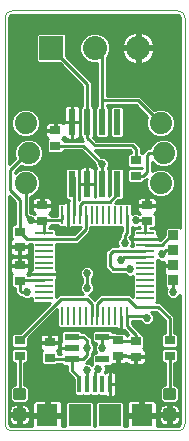
<source format=gtl>
G75*
%MOIN*%
%OFA0B0*%
%FSLAX24Y24*%
%IPPOS*%
%LPD*%
%AMOC8*
5,1,8,0,0,1.08239X$1,22.5*
%
%ADD10C,0.0000*%
%ADD11R,0.0138X0.0551*%
%ADD12R,0.0709X0.0748*%
%ADD13R,0.0748X0.0748*%
%ADD14R,0.0472X0.0217*%
%ADD15C,0.0118*%
%ADD16R,0.0354X0.0276*%
%ADD17R,0.0240X0.0870*%
%ADD18R,0.0591X0.0098*%
%ADD19R,0.0098X0.0591*%
%ADD20R,0.0350X0.0320*%
%ADD21R,0.0800X0.0800*%
%ADD22C,0.0800*%
%ADD23C,0.0740*%
%ADD24C,0.0100*%
%ADD25C,0.0270*%
D10*
X003260Y003143D02*
X003260Y016643D01*
X003262Y016673D01*
X003267Y016703D01*
X003276Y016732D01*
X003289Y016759D01*
X003304Y016785D01*
X003323Y016809D01*
X003344Y016830D01*
X003368Y016849D01*
X003394Y016864D01*
X003421Y016877D01*
X003450Y016886D01*
X003480Y016891D01*
X003510Y016893D01*
X009010Y016893D01*
X009040Y016891D01*
X009070Y016886D01*
X009099Y016877D01*
X009126Y016864D01*
X009152Y016849D01*
X009176Y016830D01*
X009197Y016809D01*
X009216Y016785D01*
X009231Y016759D01*
X009244Y016732D01*
X009253Y016703D01*
X009258Y016673D01*
X009260Y016643D01*
X009260Y003143D01*
X009258Y003113D01*
X009253Y003083D01*
X009244Y003054D01*
X009231Y003027D01*
X009216Y003001D01*
X009197Y002977D01*
X009176Y002956D01*
X009152Y002937D01*
X009126Y002922D01*
X009099Y002909D01*
X009070Y002900D01*
X009040Y002895D01*
X009010Y002893D01*
X003510Y002893D01*
X003480Y002895D01*
X003450Y002900D01*
X003421Y002909D01*
X003394Y002922D01*
X003368Y002937D01*
X003344Y002956D01*
X003323Y002977D01*
X003304Y003001D01*
X003289Y003027D01*
X003276Y003054D01*
X003267Y003083D01*
X003262Y003113D01*
X003260Y003143D01*
D11*
X005748Y004437D03*
X006004Y004437D03*
X006260Y004437D03*
X006515Y004437D03*
X006771Y004437D03*
D12*
X007834Y003393D03*
X004685Y003393D03*
D13*
X005760Y003393D03*
X006760Y003393D03*
D14*
X006521Y005269D03*
X006521Y006017D03*
X005498Y006017D03*
X005498Y005643D03*
X005498Y005269D03*
D15*
X003898Y004252D02*
X003622Y004252D01*
X003898Y004252D02*
X003898Y003976D01*
X003622Y003976D01*
X003622Y004252D01*
X003622Y004093D02*
X003898Y004093D01*
X003898Y004210D02*
X003622Y004210D01*
X003622Y003561D02*
X003898Y003561D01*
X003898Y003285D01*
X003622Y003285D01*
X003622Y003561D01*
X003622Y003402D02*
X003898Y003402D01*
X003898Y003519D02*
X003622Y003519D01*
X008622Y003561D02*
X008898Y003561D01*
X008898Y003285D01*
X008622Y003285D01*
X008622Y003561D01*
X008622Y003402D02*
X008898Y003402D01*
X008898Y003519D02*
X008622Y003519D01*
X008622Y004252D02*
X008898Y004252D01*
X008898Y003976D01*
X008622Y003976D01*
X008622Y004252D01*
X008622Y004093D02*
X008898Y004093D01*
X008898Y004210D02*
X008622Y004210D01*
D16*
X008760Y005387D03*
X008760Y005899D03*
X007635Y005868D03*
X007635Y005356D03*
X007041Y005387D03*
X007041Y005899D03*
X004760Y005837D03*
X004760Y005325D03*
X003760Y005387D03*
X003760Y005899D03*
X003760Y007887D03*
X003760Y008399D03*
X003760Y009012D03*
X003760Y009524D03*
X004510Y009887D03*
X004510Y010399D03*
X004947Y012387D03*
X004947Y012899D03*
X007635Y011899D03*
X007635Y011387D03*
X008010Y010399D03*
X008010Y009887D03*
D17*
X007010Y011113D03*
X006510Y011113D03*
X006010Y011113D03*
X005510Y011113D03*
X005510Y013173D03*
X006010Y013173D03*
X006510Y013173D03*
X007010Y013173D03*
D18*
X007952Y009476D03*
X007952Y009279D03*
X007952Y009082D03*
X007952Y008885D03*
X007952Y008689D03*
X007952Y008492D03*
X007952Y008295D03*
X007952Y008098D03*
X007952Y007901D03*
X007952Y007704D03*
X007952Y007507D03*
X007952Y007311D03*
X004567Y007311D03*
X004567Y007507D03*
X004567Y007704D03*
X004567Y007901D03*
X004567Y008098D03*
X004567Y008295D03*
X004567Y008492D03*
X004567Y008689D03*
X004567Y008885D03*
X004567Y009082D03*
X004567Y009279D03*
X004567Y009476D03*
D19*
X005177Y010086D03*
X005374Y010086D03*
X005571Y010086D03*
X005767Y010086D03*
X005964Y010086D03*
X006161Y010086D03*
X006358Y010086D03*
X006555Y010086D03*
X006752Y010086D03*
X006948Y010086D03*
X007145Y010086D03*
X007342Y010086D03*
X007342Y006700D03*
X007145Y006700D03*
X006948Y006700D03*
X006752Y006700D03*
X006555Y006700D03*
X006358Y006700D03*
X006161Y006700D03*
X005964Y006700D03*
X005767Y006700D03*
X005571Y006700D03*
X005374Y006700D03*
X005177Y006700D03*
D20*
X008885Y007893D03*
X008885Y008393D03*
X008885Y008893D03*
X008885Y009393D03*
D21*
X004815Y015643D03*
D22*
X006262Y015643D03*
X007710Y015643D03*
D23*
X008460Y013143D03*
X008560Y012143D03*
X008460Y011143D03*
X004060Y012143D03*
X003960Y011143D03*
X003960Y013143D03*
D24*
X003669Y013531D02*
X003410Y013531D01*
X003410Y013433D02*
X003570Y013433D01*
X003553Y013415D02*
X003480Y013239D01*
X003480Y013048D01*
X003553Y012871D01*
X003688Y012736D01*
X003864Y012663D01*
X004055Y012663D01*
X004231Y012736D01*
X004366Y012871D01*
X004440Y013048D01*
X004440Y013239D01*
X004366Y013415D01*
X004231Y013550D01*
X004055Y013623D01*
X003864Y013623D01*
X003688Y013550D01*
X003553Y013415D01*
X003519Y013334D02*
X003410Y013334D01*
X003410Y013236D02*
X003480Y013236D01*
X003480Y013137D02*
X003410Y013137D01*
X003410Y013039D02*
X003483Y013039D01*
X003524Y012940D02*
X003410Y012940D01*
X003410Y012842D02*
X003582Y012842D01*
X003681Y012743D02*
X003410Y012743D01*
X003410Y012645D02*
X004674Y012645D01*
X004678Y012641D02*
X004711Y012622D01*
X004660Y012571D01*
X004660Y012204D01*
X004724Y012140D01*
X005170Y012140D01*
X005234Y012204D01*
X005234Y012227D01*
X005824Y012227D01*
X006265Y011787D01*
X006265Y011720D01*
X006302Y011630D01*
X006308Y011623D01*
X006280Y011594D01*
X006280Y010678D01*
X006280Y010678D01*
X006280Y011103D01*
X006020Y011103D01*
X006020Y011123D01*
X006280Y011123D01*
X006280Y011568D01*
X006269Y011606D01*
X006250Y011640D01*
X006222Y011668D01*
X006187Y011688D01*
X006149Y011698D01*
X006020Y011698D01*
X006020Y011123D01*
X006000Y011123D01*
X006000Y011698D01*
X005870Y011698D01*
X005832Y011688D01*
X005797Y011668D01*
X005769Y011640D01*
X005750Y011606D01*
X005740Y011568D01*
X005740Y011123D01*
X006000Y011123D01*
X006000Y011103D01*
X005740Y011103D01*
X005740Y010659D01*
X005750Y010620D01*
X005754Y010614D01*
X005731Y010591D01*
X005731Y010624D01*
X005740Y010633D01*
X005740Y011594D01*
X005675Y011658D01*
X005344Y011658D01*
X005280Y011594D01*
X005280Y010633D01*
X005344Y010568D01*
X005411Y010568D01*
X005411Y010531D01*
X005374Y010531D01*
X005374Y010086D01*
X005374Y009641D01*
X005443Y009641D01*
X005481Y009651D01*
X005515Y009671D01*
X005525Y009681D01*
X005665Y009681D01*
X005669Y009685D01*
X005673Y009681D01*
X005804Y009681D01*
X005804Y009664D01*
X005579Y009439D01*
X004972Y009439D01*
X004972Y009571D01*
X004907Y009635D01*
X004727Y009635D01*
X004727Y009640D01*
X004732Y009640D01*
X004797Y009704D01*
X004797Y009733D01*
X005030Y009733D01*
X005082Y009681D01*
X005222Y009681D01*
X005232Y009671D01*
X005267Y009651D01*
X005305Y009641D01*
X005374Y009641D01*
X005374Y010086D01*
X005374Y010086D01*
X005374Y010086D01*
X005374Y010531D01*
X005305Y010531D01*
X005267Y010521D01*
X005232Y010502D01*
X005222Y010491D01*
X005082Y010491D01*
X005018Y010427D01*
X005018Y010153D01*
X005017Y010152D01*
X005017Y010053D01*
X004797Y010053D01*
X004797Y010071D01*
X004745Y010122D01*
X004779Y010141D01*
X004807Y010169D01*
X004826Y010204D01*
X004837Y010242D01*
X004837Y010380D01*
X004528Y010380D01*
X004528Y010418D01*
X004491Y010418D01*
X004491Y010687D01*
X004313Y010687D01*
X004274Y010677D01*
X004240Y010657D01*
X004212Y010629D01*
X004193Y010595D01*
X004182Y010557D01*
X004182Y010418D01*
X004491Y010418D01*
X004491Y010380D01*
X004182Y010380D01*
X004182Y010242D01*
X004193Y010204D01*
X004212Y010169D01*
X004240Y010141D01*
X004274Y010122D01*
X004259Y010107D01*
X004183Y010138D01*
X004120Y010138D01*
X004120Y010690D01*
X004231Y010736D01*
X004366Y010871D01*
X004440Y011048D01*
X004440Y011239D01*
X004366Y011415D01*
X004231Y011550D01*
X004055Y011623D01*
X003864Y011623D01*
X003688Y011550D01*
X003607Y011470D01*
X003607Y011515D01*
X003817Y011724D01*
X003964Y011663D01*
X004155Y011663D01*
X004331Y011736D01*
X004466Y011871D01*
X004540Y012048D01*
X004540Y012239D01*
X004466Y012415D01*
X004331Y012550D01*
X004155Y012623D01*
X003964Y012623D01*
X003788Y012550D01*
X003653Y012415D01*
X003580Y012239D01*
X003580Y012048D01*
X003611Y011971D01*
X003410Y011770D01*
X003410Y016643D01*
X003413Y016669D01*
X003439Y016714D01*
X003484Y016740D01*
X003510Y016743D01*
X009010Y016743D01*
X009035Y016740D01*
X009080Y016714D01*
X009106Y016669D01*
X009110Y016643D01*
X009110Y009659D01*
X009105Y009663D01*
X008664Y009663D01*
X008600Y009599D01*
X008600Y009397D01*
X008445Y009242D01*
X008398Y009242D01*
X008398Y009279D01*
X007952Y009279D01*
X007507Y009279D01*
X007507Y009210D01*
X007517Y009172D01*
X007537Y009138D01*
X007547Y009128D01*
X007547Y009045D01*
X007484Y009045D01*
X007505Y009095D01*
X007505Y009192D01*
X007467Y009282D01*
X007421Y009328D01*
X007502Y009410D01*
X007502Y009683D01*
X007586Y009648D01*
X007683Y009648D01*
X007750Y009676D01*
X007787Y009640D01*
X007792Y009640D01*
X007792Y009635D01*
X007612Y009635D01*
X007547Y009571D01*
X007547Y009430D01*
X007537Y009420D01*
X007517Y009386D01*
X007507Y009348D01*
X007507Y009279D01*
X007952Y009279D01*
X007952Y009279D01*
X007952Y009279D01*
X008398Y009279D01*
X008398Y009348D01*
X008387Y009386D01*
X008368Y009420D01*
X008358Y009430D01*
X008358Y009571D01*
X008293Y009635D01*
X008112Y009635D01*
X008112Y009640D01*
X008232Y009640D01*
X008297Y009704D01*
X008297Y010071D01*
X008245Y010122D01*
X008279Y010141D01*
X008307Y010169D01*
X008326Y010204D01*
X008337Y010242D01*
X008337Y010380D01*
X008028Y010380D01*
X008028Y010418D01*
X007991Y010418D01*
X007991Y010687D01*
X007813Y010687D01*
X007774Y010677D01*
X007740Y010657D01*
X007712Y010629D01*
X007693Y010595D01*
X007682Y010557D01*
X007682Y010418D01*
X007991Y010418D01*
X007991Y010380D01*
X007682Y010380D01*
X007682Y010242D01*
X007693Y010204D01*
X007712Y010169D01*
X007740Y010141D01*
X007774Y010122D01*
X007759Y010107D01*
X007683Y010138D01*
X007586Y010138D01*
X007502Y010104D01*
X007502Y010152D01*
X007501Y010153D01*
X007501Y010427D01*
X007437Y010491D01*
X007247Y010491D01*
X007244Y010488D01*
X007240Y010491D01*
X007051Y010491D01*
X007047Y010488D01*
X007043Y010491D01*
X006959Y010491D01*
X007036Y010568D01*
X007175Y010568D01*
X007240Y010633D01*
X007240Y011594D01*
X007175Y011658D01*
X006844Y011658D01*
X006780Y011594D01*
X006780Y010765D01*
X006740Y010725D01*
X006740Y011594D01*
X006711Y011623D01*
X006717Y011630D01*
X006755Y011720D01*
X006755Y011817D01*
X006717Y011907D01*
X006648Y011976D01*
X006558Y012013D01*
X006491Y012013D01*
X006271Y012233D01*
X007443Y012233D01*
X007475Y012202D01*
X007475Y012147D01*
X007412Y012147D01*
X007347Y012083D01*
X007347Y011716D01*
X007412Y011651D01*
X007850Y011651D01*
X007850Y011635D01*
X007412Y011635D01*
X007347Y011571D01*
X007347Y011204D01*
X007412Y011140D01*
X007857Y011140D01*
X007922Y011204D01*
X007922Y011227D01*
X007945Y011227D01*
X007996Y011278D01*
X007980Y011239D01*
X007980Y011048D01*
X008053Y010871D01*
X008188Y010736D01*
X008364Y010663D01*
X008555Y010663D01*
X008731Y010736D01*
X008866Y010871D01*
X008940Y011048D01*
X008940Y011239D01*
X008866Y011415D01*
X008731Y011550D01*
X008555Y011623D01*
X008364Y011623D01*
X008188Y011550D01*
X008170Y011532D01*
X008170Y011854D01*
X008288Y011736D01*
X008464Y011663D01*
X008655Y011663D01*
X008831Y011736D01*
X008966Y011871D01*
X009040Y012048D01*
X009040Y012239D01*
X008966Y012415D01*
X008831Y012550D01*
X008655Y012623D01*
X008464Y012623D01*
X008288Y012550D01*
X008153Y012415D01*
X008106Y012303D01*
X008006Y012303D01*
X007912Y012210D01*
X007850Y012147D01*
X007795Y012147D01*
X007795Y012335D01*
X007670Y012460D01*
X007576Y012553D01*
X006326Y012553D01*
X006213Y012666D01*
X006240Y012693D01*
X006240Y013654D01*
X006175Y013718D01*
X006170Y013718D01*
X006170Y014515D01*
X005325Y015360D01*
X005325Y016089D01*
X005260Y016153D01*
X004369Y016153D01*
X004305Y016089D01*
X004305Y015198D01*
X004369Y015133D01*
X005098Y015133D01*
X005850Y014382D01*
X005850Y013718D01*
X005844Y013718D01*
X005780Y013654D01*
X005780Y012693D01*
X005844Y012628D01*
X005850Y012628D01*
X005850Y012577D01*
X005879Y012547D01*
X005234Y012547D01*
X005234Y012571D01*
X005183Y012622D01*
X005216Y012641D01*
X005244Y012669D01*
X005250Y012680D01*
X005269Y012646D01*
X005297Y012618D01*
X005332Y012599D01*
X005370Y012588D01*
X005500Y012588D01*
X005500Y013163D01*
X005520Y013163D01*
X005520Y013183D01*
X005780Y013183D01*
X005780Y013628D01*
X005769Y013666D01*
X005750Y013700D01*
X005722Y013728D01*
X005850Y013728D01*
X005850Y013827D02*
X003410Y013827D01*
X003410Y013925D02*
X005850Y013925D01*
X005850Y014024D02*
X003410Y014024D01*
X003410Y014122D02*
X005850Y014122D01*
X005850Y014221D02*
X003410Y014221D01*
X003410Y014319D02*
X005850Y014319D01*
X005814Y014418D02*
X003410Y014418D01*
X003410Y014516D02*
X005715Y014516D01*
X005617Y014615D02*
X003410Y014615D01*
X003410Y014713D02*
X005518Y014713D01*
X005420Y014812D02*
X003410Y014812D01*
X003410Y014910D02*
X005321Y014910D01*
X005223Y015009D02*
X003410Y015009D01*
X003410Y015107D02*
X005124Y015107D01*
X005325Y015403D02*
X005810Y015403D01*
X005830Y015354D02*
X005752Y015542D01*
X005752Y015745D01*
X005830Y015932D01*
X005974Y016076D01*
X006161Y016153D01*
X006364Y016153D01*
X006551Y016076D01*
X006695Y015932D01*
X006772Y015745D01*
X006772Y015542D01*
X006695Y015354D01*
X006670Y015329D01*
X006670Y014053D01*
X007776Y014053D01*
X008252Y013577D01*
X008364Y013623D01*
X008555Y013623D01*
X008731Y013550D01*
X008866Y013415D01*
X008940Y013239D01*
X008940Y013048D01*
X008866Y012871D01*
X008731Y012736D01*
X008555Y012663D01*
X008364Y012663D01*
X008188Y012736D01*
X008053Y012871D01*
X007980Y013048D01*
X007980Y013239D01*
X008026Y013351D01*
X007643Y013733D01*
X006670Y013733D01*
X006670Y013718D01*
X006675Y013718D01*
X006740Y013654D01*
X006740Y012693D01*
X006675Y012628D01*
X006344Y012628D01*
X006280Y012693D01*
X006280Y013654D01*
X006344Y013718D01*
X006350Y013718D01*
X006350Y015133D01*
X006161Y015133D01*
X005974Y015211D01*
X005830Y015354D01*
X005880Y015304D02*
X005380Y015304D01*
X005478Y015206D02*
X005986Y015206D01*
X005774Y014910D02*
X006350Y014910D01*
X006350Y014812D02*
X005872Y014812D01*
X005971Y014713D02*
X006350Y014713D01*
X006350Y014615D02*
X006069Y014615D01*
X006168Y014516D02*
X006350Y014516D01*
X006350Y014418D02*
X006170Y014418D01*
X006170Y014319D02*
X006350Y014319D01*
X006350Y014221D02*
X006170Y014221D01*
X006170Y014122D02*
X006350Y014122D01*
X006350Y014024D02*
X006170Y014024D01*
X006170Y013925D02*
X006350Y013925D01*
X006350Y013827D02*
X006170Y013827D01*
X006170Y013728D02*
X006350Y013728D01*
X006280Y013630D02*
X006240Y013630D01*
X006240Y013531D02*
X006280Y013531D01*
X006280Y013433D02*
X006240Y013433D01*
X006240Y013334D02*
X006280Y013334D01*
X006280Y013236D02*
X006240Y013236D01*
X006240Y013137D02*
X006280Y013137D01*
X006280Y013039D02*
X006240Y013039D01*
X006240Y012940D02*
X006280Y012940D01*
X006280Y012842D02*
X006240Y012842D01*
X006240Y012743D02*
X006280Y012743D01*
X006234Y012645D02*
X006327Y012645D01*
X006260Y012393D02*
X007510Y012393D01*
X007635Y012268D01*
X007635Y011899D01*
X007795Y012152D02*
X007855Y012152D01*
X007850Y012147D02*
X007850Y012147D01*
X007795Y012251D02*
X007953Y012251D01*
X008072Y012143D02*
X008010Y012081D01*
X008010Y011518D01*
X007879Y011387D01*
X007635Y011387D01*
X007347Y011364D02*
X007240Y011364D01*
X007240Y011266D02*
X007347Y011266D01*
X007384Y011167D02*
X007240Y011167D01*
X007240Y011069D02*
X007980Y011069D01*
X007980Y011167D02*
X007885Y011167D01*
X007983Y011266D02*
X007991Y011266D01*
X008012Y010970D02*
X007240Y010970D01*
X007240Y010872D02*
X008052Y010872D01*
X008151Y010773D02*
X007240Y010773D01*
X007240Y010675D02*
X007771Y010675D01*
X007688Y010576D02*
X007183Y010576D01*
X007010Y010768D02*
X006760Y010518D01*
X005885Y010518D01*
X005767Y010401D01*
X005767Y010086D01*
X005571Y010086D02*
X005571Y011332D01*
X005510Y011393D01*
X005510Y011113D01*
X005280Y011069D02*
X004440Y011069D01*
X004440Y011167D02*
X005280Y011167D01*
X005280Y011266D02*
X004428Y011266D01*
X004388Y011364D02*
X005280Y011364D01*
X005280Y011463D02*
X004319Y011463D01*
X004205Y011561D02*
X005280Y011561D01*
X005280Y010970D02*
X004407Y010970D01*
X004367Y010872D02*
X005280Y010872D01*
X005280Y010773D02*
X004268Y010773D01*
X004271Y010675D02*
X004120Y010675D01*
X004120Y010576D02*
X004188Y010576D01*
X004182Y010478D02*
X004120Y010478D01*
X004120Y010379D02*
X004182Y010379D01*
X004182Y010281D02*
X004120Y010281D01*
X004120Y010182D02*
X004205Y010182D01*
X003960Y010068D02*
X004135Y009893D01*
X004140Y009887D01*
X004510Y009887D01*
X004555Y009842D01*
X004567Y009842D01*
X004567Y009476D01*
X004567Y009279D02*
X004005Y009279D01*
X003760Y009524D01*
X003760Y010581D01*
X003447Y010893D01*
X003447Y011581D01*
X004010Y012143D01*
X004060Y012143D01*
X003752Y011660D02*
X005789Y011660D01*
X005740Y011561D02*
X005740Y011561D01*
X005740Y011463D02*
X005740Y011463D01*
X005740Y011364D02*
X005740Y011364D01*
X005740Y011266D02*
X005740Y011266D01*
X005740Y011167D02*
X005740Y011167D01*
X006000Y011167D02*
X006020Y011167D01*
X006020Y011266D02*
X006000Y011266D01*
X006000Y011364D02*
X006020Y011364D01*
X006020Y011463D02*
X006000Y011463D01*
X006000Y011561D02*
X006020Y011561D01*
X006020Y011660D02*
X006000Y011660D01*
X006096Y011955D02*
X004501Y011955D01*
X004540Y012054D02*
X005998Y012054D01*
X005899Y012152D02*
X005182Y012152D01*
X004947Y012387D02*
X005890Y012387D01*
X006510Y011768D01*
X006510Y011113D01*
X006740Y011069D02*
X006780Y011069D01*
X006780Y011167D02*
X006740Y011167D01*
X006740Y011266D02*
X006780Y011266D01*
X006780Y011364D02*
X006740Y011364D01*
X006740Y011463D02*
X006780Y011463D01*
X006780Y011561D02*
X006740Y011561D01*
X006730Y011660D02*
X007403Y011660D01*
X007347Y011758D02*
X006755Y011758D01*
X006738Y011857D02*
X007347Y011857D01*
X007347Y011955D02*
X006669Y011955D01*
X006450Y012054D02*
X007347Y012054D01*
X007475Y012152D02*
X006352Y012152D01*
X006195Y011857D02*
X004452Y011857D01*
X004353Y011758D02*
X006265Y011758D01*
X006289Y011660D02*
X006230Y011660D01*
X006280Y011561D02*
X006280Y011561D01*
X006280Y011463D02*
X006280Y011463D01*
X006280Y011364D02*
X006280Y011364D01*
X006280Y011266D02*
X006280Y011266D01*
X006280Y011167D02*
X006280Y011167D01*
X006280Y011069D02*
X006280Y011069D01*
X006280Y010970D02*
X006280Y010970D01*
X006280Y010872D02*
X006280Y010872D01*
X006280Y010773D02*
X006280Y010773D01*
X005964Y010086D02*
X005964Y009598D01*
X005645Y009279D01*
X004567Y009279D01*
X004782Y009690D02*
X005073Y009690D01*
X004951Y009591D02*
X005731Y009591D01*
X005633Y009493D02*
X004972Y009493D01*
X004972Y009119D02*
X005712Y009119D01*
X005805Y009213D01*
X006124Y009532D01*
X006124Y009681D01*
X006256Y009681D01*
X006260Y009685D01*
X006263Y009681D01*
X006453Y009681D01*
X006456Y009685D01*
X006460Y009681D01*
X006650Y009681D01*
X006653Y009685D01*
X006657Y009681D01*
X006846Y009681D01*
X006850Y009685D01*
X006854Y009681D01*
X007043Y009681D01*
X007047Y009685D01*
X007051Y009681D01*
X007182Y009681D01*
X007182Y009542D01*
X007100Y009460D01*
X007100Y009330D01*
X007052Y009282D01*
X007015Y009192D01*
X007015Y009095D01*
X007035Y009045D01*
X006810Y009045D01*
X006717Y008952D01*
X006693Y008928D01*
X006600Y008835D01*
X006600Y008327D01*
X006725Y008202D01*
X006818Y008108D01*
X007261Y008108D01*
X007308Y008061D01*
X007398Y008023D01*
X007496Y008023D01*
X007547Y008045D01*
X007547Y008003D01*
X007551Y008000D01*
X007547Y007996D01*
X007547Y007806D01*
X007551Y007803D01*
X007547Y007799D01*
X007547Y007610D01*
X007551Y007606D01*
X007547Y007602D01*
X007547Y007413D01*
X007551Y007409D01*
X007547Y007405D01*
X007547Y007332D01*
X007545Y007335D01*
X007451Y007428D01*
X006443Y007428D01*
X006292Y007277D01*
X006260Y007245D01*
X006227Y007277D01*
X006092Y007412D01*
X006148Y007436D01*
X006217Y007505D01*
X006255Y007595D01*
X006255Y007692D01*
X006217Y007782D01*
X006170Y007830D01*
X006170Y007957D01*
X006217Y008005D01*
X006255Y008095D01*
X006255Y008192D01*
X006217Y008282D01*
X006148Y008351D01*
X006058Y008388D01*
X005961Y008388D01*
X005871Y008351D01*
X005802Y008282D01*
X005765Y008192D01*
X005765Y008095D01*
X005802Y008005D01*
X005850Y007957D01*
X005850Y007830D01*
X005802Y007782D01*
X005765Y007692D01*
X005765Y007595D01*
X005802Y007505D01*
X005871Y007436D01*
X005888Y007428D01*
X005062Y007428D01*
X004972Y007338D01*
X004972Y007405D01*
X004968Y007409D01*
X004972Y007413D01*
X004972Y007602D01*
X004968Y007606D01*
X004972Y007610D01*
X004972Y007799D01*
X004968Y007803D01*
X004972Y007806D01*
X004972Y007947D01*
X004982Y007957D01*
X005002Y007991D01*
X005012Y008029D01*
X005012Y008098D01*
X004567Y008098D01*
X004567Y008098D01*
X005012Y008098D01*
X005012Y008167D01*
X005002Y008205D01*
X004982Y008239D01*
X004972Y008249D01*
X004972Y008390D01*
X004968Y008393D01*
X004972Y008397D01*
X004972Y008587D01*
X004968Y008590D01*
X004972Y008594D01*
X004972Y008783D01*
X004968Y008787D01*
X004972Y008791D01*
X004972Y008980D01*
X004968Y008984D01*
X004972Y008988D01*
X004972Y009119D01*
X004972Y009099D02*
X007015Y009099D01*
X007017Y009197D02*
X005790Y009197D01*
X005888Y009296D02*
X007066Y009296D01*
X007100Y009394D02*
X005987Y009394D01*
X006085Y009493D02*
X007133Y009493D01*
X007182Y009591D02*
X006124Y009591D01*
X006600Y008803D02*
X004972Y008803D01*
X004972Y008705D02*
X006600Y008705D01*
X006600Y008606D02*
X004972Y008606D01*
X004972Y008508D02*
X006600Y008508D01*
X006600Y008409D02*
X004972Y008409D01*
X004972Y008311D02*
X005831Y008311D01*
X005773Y008212D02*
X004998Y008212D01*
X005012Y008114D02*
X005765Y008114D01*
X005797Y008015D02*
X005008Y008015D01*
X004972Y007917D02*
X005850Y007917D01*
X005838Y007818D02*
X004972Y007818D01*
X004972Y007720D02*
X005776Y007720D01*
X005765Y007621D02*
X004972Y007621D01*
X004972Y007523D02*
X005794Y007523D01*
X006010Y007643D02*
X006010Y008143D01*
X006170Y007917D02*
X007547Y007917D01*
X007547Y008015D02*
X006222Y008015D01*
X006255Y008114D02*
X006813Y008114D01*
X006714Y008212D02*
X006246Y008212D01*
X006188Y008311D02*
X006616Y008311D01*
X006760Y008393D02*
X006885Y008268D01*
X007447Y008268D01*
X007135Y008581D02*
X007242Y008689D01*
X007952Y008689D01*
X007952Y008885D02*
X006877Y008885D01*
X006760Y008768D01*
X006760Y008393D01*
X006667Y008902D02*
X004972Y008902D01*
X004972Y009000D02*
X006765Y009000D01*
X006717Y008952D02*
X006717Y008952D01*
X006693Y008928D02*
X006693Y008928D01*
X007260Y009143D02*
X007260Y009393D01*
X007342Y009476D01*
X007342Y010086D01*
X007501Y010182D02*
X007705Y010182D01*
X007682Y010281D02*
X007501Y010281D01*
X007501Y010379D02*
X007682Y010379D01*
X007682Y010478D02*
X007451Y010478D01*
X007010Y010768D02*
X007010Y011113D01*
X006780Y010970D02*
X006740Y010970D01*
X006740Y010872D02*
X006780Y010872D01*
X006780Y010773D02*
X006740Y010773D01*
X007240Y011463D02*
X007347Y011463D01*
X007347Y011561D02*
X007240Y011561D01*
X007780Y012349D02*
X008125Y012349D01*
X008185Y012448D02*
X007681Y012448D01*
X007583Y012546D02*
X008284Y012546D01*
X008181Y012743D02*
X007240Y012743D01*
X007240Y012693D02*
X007175Y012628D01*
X006844Y012628D01*
X006780Y012693D01*
X006780Y013654D01*
X006844Y013718D01*
X007175Y013718D01*
X007240Y013654D01*
X007240Y012693D01*
X007192Y012645D02*
X009110Y012645D01*
X009110Y012743D02*
X008738Y012743D01*
X008837Y012842D02*
X009110Y012842D01*
X009110Y012940D02*
X008895Y012940D01*
X008936Y013039D02*
X009110Y013039D01*
X009110Y013137D02*
X008940Y013137D01*
X008940Y013236D02*
X009110Y013236D01*
X009110Y013334D02*
X008900Y013334D01*
X008849Y013433D02*
X009110Y013433D01*
X009110Y013531D02*
X008750Y013531D01*
X009110Y013630D02*
X008199Y013630D01*
X008101Y013728D02*
X009110Y013728D01*
X009110Y013827D02*
X008002Y013827D01*
X007904Y013925D02*
X009110Y013925D01*
X009110Y014024D02*
X007805Y014024D01*
X007710Y013893D02*
X008460Y013143D01*
X008082Y012842D02*
X007240Y012842D01*
X007240Y012940D02*
X008024Y012940D01*
X007983Y013039D02*
X007240Y013039D01*
X007240Y013137D02*
X007980Y013137D01*
X007980Y013236D02*
X007240Y013236D01*
X007240Y013334D02*
X008019Y013334D01*
X007944Y013433D02*
X007240Y013433D01*
X007240Y013531D02*
X007845Y013531D01*
X007747Y013630D02*
X007240Y013630D01*
X007648Y013728D02*
X006670Y013728D01*
X006740Y013630D02*
X006780Y013630D01*
X006780Y013531D02*
X006740Y013531D01*
X006740Y013433D02*
X006780Y013433D01*
X006780Y013334D02*
X006740Y013334D01*
X006740Y013236D02*
X006780Y013236D01*
X006780Y013137D02*
X006740Y013137D01*
X006740Y013039D02*
X006780Y013039D01*
X006780Y012940D02*
X006740Y012940D01*
X006740Y012842D02*
X006780Y012842D01*
X006780Y012743D02*
X006740Y012743D01*
X006692Y012645D02*
X006827Y012645D01*
X006510Y013173D02*
X006510Y013893D01*
X006510Y015396D01*
X006262Y015643D01*
X006014Y016092D02*
X005321Y016092D01*
X005325Y015994D02*
X005892Y015994D01*
X005815Y015895D02*
X005325Y015895D01*
X005325Y015797D02*
X005774Y015797D01*
X005752Y015698D02*
X005325Y015698D01*
X005325Y015600D02*
X005752Y015600D01*
X005769Y015501D02*
X005325Y015501D01*
X005577Y015107D02*
X006350Y015107D01*
X006350Y015009D02*
X005675Y015009D01*
X006010Y014448D02*
X004815Y015643D01*
X004305Y015600D02*
X003410Y015600D01*
X003410Y015698D02*
X004305Y015698D01*
X004305Y015797D02*
X003410Y015797D01*
X003410Y015895D02*
X004305Y015895D01*
X004305Y015994D02*
X003410Y015994D01*
X003410Y016092D02*
X004308Y016092D01*
X004305Y015501D02*
X003410Y015501D01*
X003410Y015403D02*
X004305Y015403D01*
X004305Y015304D02*
X003410Y015304D01*
X003410Y015206D02*
X004305Y015206D01*
X003410Y016191D02*
X007652Y016191D01*
X007660Y016191D02*
X007760Y016191D01*
X007760Y016192D02*
X007839Y016180D01*
X007922Y016153D01*
X007999Y016114D01*
X008069Y016063D01*
X008130Y016002D01*
X008181Y015932D01*
X008220Y015854D01*
X008247Y015772D01*
X008259Y015693D01*
X007760Y015693D01*
X007660Y015693D01*
X007660Y015593D01*
X007161Y015593D01*
X007174Y015515D01*
X007201Y015432D01*
X007240Y015355D01*
X007291Y015285D01*
X007352Y015224D01*
X007422Y015173D01*
X007499Y015134D01*
X007582Y015107D01*
X007660Y015094D01*
X007660Y015593D01*
X007760Y015593D01*
X007760Y015094D01*
X007839Y015107D01*
X007922Y015134D01*
X007999Y015173D01*
X008069Y015224D01*
X008130Y015285D01*
X008181Y015355D01*
X008220Y015432D01*
X008247Y015515D01*
X008259Y015593D01*
X007760Y015593D01*
X007760Y015693D01*
X007760Y016192D01*
X007769Y016191D02*
X009110Y016191D01*
X009110Y016289D02*
X003410Y016289D01*
X003410Y016388D02*
X009110Y016388D01*
X009110Y016486D02*
X003410Y016486D01*
X003410Y016585D02*
X009110Y016585D01*
X009098Y016683D02*
X003421Y016683D01*
X003410Y013728D02*
X005297Y013728D01*
X005269Y013700D01*
X005250Y013666D01*
X005240Y013628D01*
X005240Y013183D01*
X005500Y013183D01*
X005500Y013758D01*
X005370Y013758D01*
X005332Y013748D01*
X005297Y013728D01*
X005240Y013630D02*
X003410Y013630D01*
X003410Y012546D02*
X003784Y012546D01*
X003685Y012448D02*
X003410Y012448D01*
X003410Y012349D02*
X003625Y012349D01*
X003585Y012251D02*
X003410Y012251D01*
X003410Y012152D02*
X003580Y012152D01*
X003580Y012054D02*
X003410Y012054D01*
X003410Y011955D02*
X003595Y011955D01*
X003497Y011857D02*
X003410Y011857D01*
X003654Y011561D02*
X003714Y011561D01*
X003960Y011143D02*
X003960Y010068D01*
X003600Y010084D02*
X003410Y010084D01*
X003410Y010182D02*
X003600Y010182D01*
X003600Y010281D02*
X003410Y010281D01*
X003410Y010379D02*
X003600Y010379D01*
X003600Y010478D02*
X003410Y010478D01*
X003410Y010576D02*
X003538Y010576D01*
X003600Y010515D02*
X003600Y009772D01*
X003537Y009772D01*
X003472Y009708D01*
X003472Y009341D01*
X003524Y009290D01*
X003490Y009270D01*
X003462Y009242D01*
X003443Y009208D01*
X003432Y009170D01*
X003432Y009031D01*
X003741Y009031D01*
X003741Y008994D01*
X003432Y008994D01*
X003432Y008855D01*
X003443Y008817D01*
X003462Y008783D01*
X003490Y008755D01*
X003524Y008735D01*
X003563Y008725D01*
X003741Y008725D01*
X003741Y008993D01*
X003778Y008993D01*
X003778Y008725D01*
X003956Y008725D01*
X003995Y008735D01*
X004029Y008755D01*
X004057Y008783D01*
X004076Y008817D01*
X004087Y008855D01*
X004087Y008994D01*
X003778Y008994D01*
X003778Y009031D01*
X004087Y009031D01*
X004087Y009119D01*
X004161Y009119D01*
X004161Y008988D01*
X004165Y008984D01*
X004161Y008980D01*
X004161Y008791D01*
X004165Y008787D01*
X004161Y008783D01*
X004161Y008594D01*
X004165Y008590D01*
X004161Y008587D01*
X004161Y008397D01*
X004165Y008393D01*
X004161Y008390D01*
X004161Y008249D01*
X004151Y008239D01*
X004132Y008205D01*
X004121Y008167D01*
X004121Y008098D01*
X004121Y008061D01*
X004047Y008061D01*
X004047Y008071D01*
X003995Y008122D01*
X004029Y008141D01*
X004057Y008169D01*
X004076Y008204D01*
X004087Y008242D01*
X004087Y008380D01*
X003778Y008380D01*
X003778Y008418D01*
X003741Y008418D01*
X003741Y008687D01*
X003563Y008687D01*
X003524Y008677D01*
X003490Y008657D01*
X003462Y008629D01*
X003443Y008595D01*
X003432Y008557D01*
X003432Y008418D01*
X003741Y008418D01*
X003741Y008380D01*
X003432Y008380D01*
X003432Y008242D01*
X003443Y008204D01*
X003462Y008169D01*
X003490Y008141D01*
X003524Y008122D01*
X003472Y008071D01*
X003472Y007704D01*
X003537Y007640D01*
X003600Y007640D01*
X003600Y007515D01*
X003693Y007421D01*
X003756Y007358D01*
X003823Y007358D01*
X003871Y007311D01*
X003961Y007273D01*
X004058Y007273D01*
X004148Y007311D01*
X004161Y007324D01*
X004161Y007216D01*
X004226Y007151D01*
X004785Y007151D01*
X003781Y006147D01*
X003537Y006147D01*
X003472Y006083D01*
X003472Y005716D01*
X003537Y005651D01*
X003982Y005651D01*
X004047Y005716D01*
X004047Y005960D01*
X005018Y006931D01*
X005018Y006360D01*
X005082Y006295D01*
X005272Y006295D01*
X005275Y006299D01*
X005279Y006295D01*
X005468Y006295D01*
X005472Y006299D01*
X005476Y006295D01*
X005665Y006295D01*
X005669Y006299D01*
X005673Y006295D01*
X005862Y006295D01*
X005866Y006299D01*
X005869Y006295D01*
X006059Y006295D01*
X006063Y006299D01*
X006066Y006295D01*
X006256Y006295D01*
X006260Y006299D01*
X006263Y006295D01*
X006453Y006295D01*
X006456Y006299D01*
X006460Y006295D01*
X006650Y006295D01*
X006653Y006299D01*
X006657Y006295D01*
X006846Y006295D01*
X006850Y006299D01*
X006854Y006295D01*
X006994Y006295D01*
X007004Y006285D01*
X007038Y006265D01*
X007076Y006255D01*
X007145Y006255D01*
X007145Y006700D01*
X007145Y006700D01*
X007145Y006255D01*
X007214Y006255D01*
X007230Y006259D01*
X007393Y006097D01*
X007347Y006051D01*
X007347Y006028D01*
X007328Y006028D01*
X007328Y006083D01*
X007263Y006147D01*
X007019Y006147D01*
X006989Y006177D01*
X006861Y006177D01*
X006803Y006236D01*
X006240Y006236D01*
X006175Y006171D01*
X006175Y005863D01*
X006240Y005799D01*
X006319Y005799D01*
X006302Y005782D01*
X006265Y005692D01*
X006265Y005595D01*
X006302Y005505D01*
X006319Y005488D01*
X006240Y005488D01*
X006175Y005423D01*
X006175Y005115D01*
X006186Y005104D01*
X006177Y005095D01*
X006170Y005079D01*
X006148Y005101D01*
X006058Y005138D01*
X005981Y005138D01*
X006045Y005202D01*
X006170Y005327D01*
X006170Y005457D01*
X006217Y005505D01*
X006255Y005595D01*
X006255Y005692D01*
X006217Y005782D01*
X006170Y005830D01*
X006170Y005960D01*
X006076Y006053D01*
X005952Y006177D01*
X005838Y006177D01*
X005779Y006236D01*
X005216Y006236D01*
X005151Y006171D01*
X005151Y005863D01*
X005156Y005859D01*
X005141Y005844D01*
X005122Y005809D01*
X005111Y005771D01*
X005111Y005647D01*
X005494Y005647D01*
X005494Y005639D01*
X005111Y005639D01*
X005111Y005515D01*
X005122Y005477D01*
X005141Y005443D01*
X005155Y005429D01*
X005047Y005429D01*
X005047Y005508D01*
X004995Y005560D01*
X005029Y005579D01*
X005057Y005607D01*
X005076Y005641D01*
X005087Y005679D01*
X005087Y005818D01*
X004778Y005818D01*
X004778Y005856D01*
X004741Y005856D01*
X004741Y006125D01*
X004563Y006125D01*
X004524Y006114D01*
X004490Y006095D01*
X004462Y006067D01*
X004443Y006032D01*
X004432Y005994D01*
X004432Y005856D01*
X004741Y005856D01*
X004741Y005818D01*
X004432Y005818D01*
X004432Y005679D01*
X004443Y005641D01*
X004462Y005607D01*
X004490Y005579D01*
X004524Y005560D01*
X004472Y005508D01*
X004472Y005142D01*
X004537Y005077D01*
X004982Y005077D01*
X005014Y005109D01*
X005158Y005109D01*
X005216Y005051D01*
X005350Y005051D01*
X005350Y004827D01*
X005443Y004733D01*
X005569Y004608D01*
X005569Y004115D01*
X005633Y004051D01*
X005862Y004051D01*
X005876Y004065D01*
X005889Y004051D01*
X006118Y004051D01*
X006132Y004065D01*
X006145Y004051D01*
X006374Y004051D01*
X006387Y004065D01*
X006401Y004051D01*
X006600Y004051D01*
X006610Y004041D01*
X006645Y004021D01*
X006683Y004011D01*
X006771Y004011D01*
X006771Y004437D01*
X006771Y004862D01*
X006683Y004862D01*
X006645Y004852D01*
X006610Y004832D01*
X006600Y004822D01*
X006594Y004822D01*
X006630Y004907D01*
X006630Y005005D01*
X006610Y005051D01*
X006803Y005051D01*
X006852Y005100D01*
X007022Y005100D01*
X007022Y005368D01*
X007060Y005368D01*
X007060Y005100D01*
X007238Y005100D01*
X007276Y005110D01*
X007310Y005130D01*
X007326Y005146D01*
X007337Y005126D01*
X007365Y005098D01*
X007399Y005079D01*
X007438Y005068D01*
X007616Y005068D01*
X007616Y005337D01*
X007653Y005337D01*
X007653Y005068D01*
X007831Y005068D01*
X007870Y005079D01*
X007904Y005098D01*
X007932Y005126D01*
X007951Y005160D01*
X007962Y005199D01*
X007962Y005337D01*
X007653Y005337D01*
X007653Y005375D01*
X007962Y005375D01*
X007962Y005514D01*
X007951Y005552D01*
X007932Y005586D01*
X007904Y005614D01*
X007870Y005633D01*
X007922Y005685D01*
X007922Y006051D01*
X007857Y006116D01*
X007795Y006116D01*
X007795Y006147D01*
X007701Y006241D01*
X007502Y006439D01*
X007867Y006439D01*
X007871Y006436D02*
X007961Y006398D01*
X008058Y006398D01*
X008148Y006436D01*
X008217Y006505D01*
X008255Y006595D01*
X008255Y006692D01*
X008217Y006782D01*
X008148Y006851D01*
X008131Y006858D01*
X008318Y006858D01*
X008600Y006577D01*
X008600Y006147D01*
X008537Y006147D01*
X008472Y006083D01*
X008472Y005716D01*
X008537Y005651D01*
X008982Y005651D01*
X009047Y005716D01*
X009047Y006083D01*
X008982Y006147D01*
X008920Y006147D01*
X008920Y006710D01*
X008545Y007085D01*
X008451Y007178D01*
X008320Y007178D01*
X008358Y007216D01*
X008358Y007405D01*
X008354Y007409D01*
X008358Y007413D01*
X008358Y007602D01*
X008354Y007606D01*
X008358Y007610D01*
X008358Y007799D01*
X008354Y007803D01*
X008358Y007806D01*
X008358Y007996D01*
X008354Y008000D01*
X008358Y008003D01*
X008358Y008193D01*
X008354Y008196D01*
X008358Y008200D01*
X008358Y008390D01*
X008354Y008393D01*
X008358Y008397D01*
X008358Y008574D01*
X008371Y008561D01*
X008461Y008523D01*
X008558Y008523D01*
X008560Y008524D01*
X008560Y008423D01*
X008855Y008423D01*
X008855Y008363D01*
X008560Y008363D01*
X008560Y008214D01*
X008570Y008175D01*
X008589Y008141D01*
X008616Y008115D01*
X008600Y008099D01*
X008600Y007688D01*
X008663Y007624D01*
X008640Y007567D01*
X008640Y007470D01*
X008677Y007380D01*
X008746Y007311D01*
X008836Y007273D01*
X008933Y007273D01*
X009023Y007311D01*
X009092Y007380D01*
X009110Y007421D01*
X009110Y003143D01*
X009106Y003117D01*
X009080Y003073D01*
X009035Y003047D01*
X009010Y003043D01*
X008339Y003043D01*
X008339Y003343D01*
X007884Y003343D01*
X007884Y003443D01*
X007784Y003443D01*
X007784Y003343D01*
X007330Y003343D01*
X007330Y003043D01*
X007244Y003043D01*
X007244Y003813D01*
X007179Y003877D01*
X006340Y003877D01*
X006275Y003813D01*
X006275Y003043D01*
X006244Y003043D01*
X006244Y003813D01*
X006179Y003877D01*
X005340Y003877D01*
X005275Y003813D01*
X005275Y003043D01*
X005189Y003043D01*
X005189Y003343D01*
X004735Y003343D01*
X004735Y003443D01*
X005189Y003443D01*
X005189Y003787D01*
X005179Y003825D01*
X005159Y003859D01*
X005131Y003887D01*
X005097Y003907D01*
X005059Y003917D01*
X004735Y003917D01*
X004735Y003443D01*
X004635Y003443D01*
X004635Y003343D01*
X004180Y003343D01*
X004180Y003043D01*
X003510Y003043D01*
X003484Y003047D01*
X003439Y003073D01*
X003413Y003117D01*
X003410Y003143D01*
X003410Y010705D01*
X003600Y010515D01*
X003439Y010675D02*
X003410Y010675D01*
X003410Y009985D02*
X003600Y009985D01*
X003600Y009887D02*
X003410Y009887D01*
X003410Y009788D02*
X003600Y009788D01*
X003472Y009690D02*
X003410Y009690D01*
X003410Y009591D02*
X003472Y009591D01*
X003472Y009493D02*
X003410Y009493D01*
X003410Y009394D02*
X003472Y009394D01*
X003517Y009296D02*
X003410Y009296D01*
X003410Y009197D02*
X003440Y009197D01*
X003432Y009099D02*
X003410Y009099D01*
X003410Y009000D02*
X003741Y009000D01*
X003778Y009000D02*
X004161Y009000D01*
X004161Y008902D02*
X004087Y008902D01*
X004069Y008803D02*
X004161Y008803D01*
X004161Y008705D02*
X003410Y008705D01*
X003410Y008803D02*
X003450Y008803D01*
X003432Y008902D02*
X003410Y008902D01*
X003410Y008606D02*
X003449Y008606D01*
X003432Y008508D02*
X003410Y008508D01*
X003410Y008409D02*
X003741Y008409D01*
X003778Y008409D02*
X004161Y008409D01*
X004087Y008418D02*
X004087Y008557D01*
X004076Y008595D01*
X004057Y008629D01*
X004029Y008657D01*
X003995Y008677D01*
X003956Y008687D01*
X003778Y008687D01*
X003778Y008418D01*
X004087Y008418D01*
X004087Y008508D02*
X004161Y008508D01*
X004161Y008606D02*
X004070Y008606D01*
X004087Y008311D02*
X004161Y008311D01*
X004136Y008212D02*
X004079Y008212D01*
X004121Y008114D02*
X004004Y008114D01*
X004121Y008098D02*
X004567Y008098D01*
X004121Y008098D01*
X003773Y007901D02*
X003760Y007887D01*
X003760Y007581D01*
X003822Y007518D01*
X004010Y007518D01*
X003856Y007326D02*
X003410Y007326D01*
X003410Y007424D02*
X003690Y007424D01*
X003600Y007523D02*
X003410Y007523D01*
X003410Y007621D02*
X003600Y007621D01*
X003472Y007720D02*
X003410Y007720D01*
X003410Y007818D02*
X003472Y007818D01*
X003472Y007917D02*
X003410Y007917D01*
X003410Y008015D02*
X003472Y008015D01*
X003515Y008114D02*
X003410Y008114D01*
X003410Y008212D02*
X003440Y008212D01*
X003432Y008311D02*
X003410Y008311D01*
X003741Y008508D02*
X003778Y008508D01*
X003778Y008606D02*
X003741Y008606D01*
X003741Y008803D02*
X003778Y008803D01*
X003778Y008902D02*
X003741Y008902D01*
X004087Y009099D02*
X004161Y009099D01*
X004510Y009887D02*
X004515Y009893D01*
X005135Y009893D01*
X005177Y009936D01*
X005177Y010086D01*
X005017Y010084D02*
X004784Y010084D01*
X004814Y010182D02*
X005018Y010182D01*
X005018Y010281D02*
X004837Y010281D01*
X004837Y010379D02*
X005018Y010379D01*
X005068Y010478D02*
X004837Y010478D01*
X004837Y010418D02*
X004837Y010557D01*
X004826Y010595D01*
X004807Y010629D01*
X004779Y010657D01*
X004745Y010677D01*
X004706Y010687D01*
X004528Y010687D01*
X004528Y010418D01*
X004837Y010418D01*
X004831Y010576D02*
X005336Y010576D01*
X005374Y010478D02*
X005374Y010478D01*
X005374Y010379D02*
X005374Y010379D01*
X005374Y010281D02*
X005374Y010281D01*
X005374Y010182D02*
X005374Y010182D01*
X005374Y010084D02*
X005374Y010084D01*
X005374Y009985D02*
X005374Y009985D01*
X005374Y009887D02*
X005374Y009887D01*
X005374Y009788D02*
X005374Y009788D01*
X005374Y009690D02*
X005374Y009690D01*
X005280Y010675D02*
X004748Y010675D01*
X004528Y010675D02*
X004491Y010675D01*
X004491Y010576D02*
X004528Y010576D01*
X004528Y010478D02*
X004491Y010478D01*
X004540Y012152D02*
X004712Y012152D01*
X004660Y012251D02*
X004535Y012251D01*
X004494Y012349D02*
X004660Y012349D01*
X004660Y012448D02*
X004434Y012448D01*
X004335Y012546D02*
X004660Y012546D01*
X004678Y012641D02*
X004650Y012669D01*
X004630Y012704D01*
X004620Y012742D01*
X004620Y012880D01*
X004928Y012880D01*
X004928Y012918D01*
X004620Y012918D01*
X004620Y013057D01*
X004630Y013095D01*
X004650Y013129D01*
X004678Y013157D01*
X004712Y013177D01*
X004750Y013187D01*
X004928Y013187D01*
X004928Y012918D01*
X004966Y012918D01*
X004966Y013187D01*
X005144Y013187D01*
X005182Y013177D01*
X005216Y013157D01*
X005240Y013134D01*
X005240Y013163D01*
X005500Y013163D01*
X005500Y013183D01*
X005520Y013183D01*
X005520Y013758D01*
X005649Y013758D01*
X005687Y013748D01*
X005722Y013728D01*
X005779Y013630D02*
X005780Y013630D01*
X005780Y013531D02*
X005780Y013531D01*
X005780Y013433D02*
X005780Y013433D01*
X005780Y013334D02*
X005780Y013334D01*
X005780Y013236D02*
X005780Y013236D01*
X005780Y013163D02*
X005520Y013163D01*
X005520Y012588D01*
X005649Y012588D01*
X005687Y012599D01*
X005722Y012618D01*
X005750Y012646D01*
X005769Y012680D01*
X005780Y012719D01*
X005780Y013163D01*
X005780Y013137D02*
X005780Y013137D01*
X005780Y013039D02*
X005780Y013039D01*
X005780Y012940D02*
X005780Y012940D01*
X005780Y012842D02*
X005780Y012842D01*
X005780Y012743D02*
X005780Y012743D01*
X005748Y012645D02*
X005827Y012645D01*
X006010Y012643D02*
X006260Y012393D01*
X006010Y012643D02*
X006010Y013173D01*
X006010Y014448D01*
X006510Y013893D02*
X007710Y013893D01*
X007660Y015107D02*
X007760Y015107D01*
X007841Y015107D02*
X009110Y015107D01*
X009110Y015009D02*
X006670Y015009D01*
X006670Y015107D02*
X007580Y015107D01*
X007660Y015206D02*
X007760Y015206D01*
X007760Y015304D02*
X007660Y015304D01*
X007660Y015403D02*
X007760Y015403D01*
X007760Y015501D02*
X007660Y015501D01*
X007660Y015600D02*
X006772Y015600D01*
X006772Y015698D02*
X007162Y015698D01*
X007161Y015693D02*
X007660Y015693D01*
X007660Y016192D01*
X007582Y016180D01*
X007499Y016153D01*
X007422Y016114D01*
X007352Y016063D01*
X007291Y016002D01*
X007240Y015932D01*
X007201Y015854D01*
X007174Y015772D01*
X007161Y015693D01*
X007182Y015797D02*
X006751Y015797D01*
X006710Y015895D02*
X007222Y015895D01*
X007285Y015994D02*
X006633Y015994D01*
X006511Y016092D02*
X007393Y016092D01*
X007660Y016092D02*
X007760Y016092D01*
X007760Y015994D02*
X007660Y015994D01*
X007660Y015895D02*
X007760Y015895D01*
X007760Y015797D02*
X007660Y015797D01*
X007660Y015698D02*
X007760Y015698D01*
X007760Y015600D02*
X009110Y015600D01*
X009110Y015698D02*
X008259Y015698D01*
X008239Y015797D02*
X009110Y015797D01*
X009110Y015895D02*
X008199Y015895D01*
X008136Y015994D02*
X009110Y015994D01*
X009110Y016092D02*
X008028Y016092D01*
X008243Y015501D02*
X009110Y015501D01*
X009110Y015403D02*
X008205Y015403D01*
X008144Y015304D02*
X009110Y015304D01*
X009110Y015206D02*
X008044Y015206D01*
X007377Y015206D02*
X006670Y015206D01*
X006670Y015304D02*
X007277Y015304D01*
X007216Y015403D02*
X006715Y015403D01*
X006756Y015501D02*
X007178Y015501D01*
X006670Y014910D02*
X009110Y014910D01*
X009110Y014812D02*
X006670Y014812D01*
X006670Y014713D02*
X009110Y014713D01*
X009110Y014615D02*
X006670Y014615D01*
X006670Y014516D02*
X009110Y014516D01*
X009110Y014418D02*
X006670Y014418D01*
X006670Y014319D02*
X009110Y014319D01*
X009110Y014221D02*
X006670Y014221D01*
X006670Y014122D02*
X009110Y014122D01*
X009110Y012546D02*
X008835Y012546D01*
X008934Y012448D02*
X009110Y012448D01*
X009110Y012349D02*
X008994Y012349D01*
X009035Y012251D02*
X009110Y012251D01*
X009110Y012152D02*
X009040Y012152D01*
X009040Y012054D02*
X009110Y012054D01*
X009110Y011955D02*
X009001Y011955D01*
X008952Y011857D02*
X009110Y011857D01*
X009110Y011758D02*
X008853Y011758D01*
X008705Y011561D02*
X009110Y011561D01*
X009110Y011463D02*
X008819Y011463D01*
X008888Y011364D02*
X009110Y011364D01*
X009110Y011266D02*
X008928Y011266D01*
X008940Y011167D02*
X009110Y011167D01*
X009110Y011069D02*
X008940Y011069D01*
X008907Y010970D02*
X009110Y010970D01*
X009110Y010872D02*
X008867Y010872D01*
X008768Y010773D02*
X009110Y010773D01*
X009110Y010675D02*
X008583Y010675D01*
X008336Y010675D02*
X008248Y010675D01*
X008245Y010677D02*
X008206Y010687D01*
X008028Y010687D01*
X008028Y010418D01*
X008337Y010418D01*
X008337Y010557D01*
X008326Y010595D01*
X008307Y010629D01*
X008279Y010657D01*
X008245Y010677D01*
X008331Y010576D02*
X009110Y010576D01*
X009110Y010478D02*
X008337Y010478D01*
X008337Y010379D02*
X009110Y010379D01*
X009110Y010281D02*
X008337Y010281D01*
X008314Y010182D02*
X009110Y010182D01*
X009110Y010084D02*
X008284Y010084D01*
X008297Y009985D02*
X009110Y009985D01*
X009110Y009887D02*
X008297Y009887D01*
X008297Y009788D02*
X009110Y009788D01*
X009110Y009690D02*
X008282Y009690D01*
X008337Y009591D02*
X008600Y009591D01*
X008600Y009493D02*
X008358Y009493D01*
X008383Y009394D02*
X008597Y009394D01*
X008498Y009296D02*
X008398Y009296D01*
X008511Y009082D02*
X007952Y009082D01*
X007952Y009476D02*
X007952Y009830D01*
X008010Y009887D01*
X008004Y009893D01*
X007635Y009893D01*
X007568Y009591D02*
X007502Y009591D01*
X007502Y009493D02*
X007547Y009493D01*
X007522Y009394D02*
X007487Y009394D01*
X007507Y009296D02*
X007453Y009296D01*
X007502Y009197D02*
X007511Y009197D01*
X007505Y009099D02*
X007547Y009099D01*
X008358Y008508D02*
X008560Y008508D01*
X008560Y008311D02*
X008358Y008311D01*
X008358Y008409D02*
X008855Y008409D01*
X008560Y008212D02*
X008358Y008212D01*
X008358Y008114D02*
X008614Y008114D01*
X008600Y008015D02*
X008358Y008015D01*
X008358Y007917D02*
X008600Y007917D01*
X008600Y007818D02*
X008358Y007818D01*
X008358Y007720D02*
X008600Y007720D01*
X008662Y007621D02*
X008358Y007621D01*
X008358Y007523D02*
X008640Y007523D01*
X008658Y007424D02*
X008358Y007424D01*
X008358Y007326D02*
X008731Y007326D01*
X008599Y007030D02*
X009110Y007030D01*
X009110Y006932D02*
X008697Y006932D01*
X008796Y006833D02*
X009110Y006833D01*
X009110Y006735D02*
X008894Y006735D01*
X008920Y006636D02*
X009110Y006636D01*
X009110Y006538D02*
X008920Y006538D01*
X008920Y006439D02*
X009110Y006439D01*
X009110Y006341D02*
X008920Y006341D01*
X008920Y006242D02*
X009110Y006242D01*
X009110Y006144D02*
X008985Y006144D01*
X009047Y006045D02*
X009110Y006045D01*
X009110Y005947D02*
X009047Y005947D01*
X009047Y005848D02*
X009110Y005848D01*
X009110Y005750D02*
X009047Y005750D01*
X009110Y005651D02*
X007888Y005651D01*
X007922Y005750D02*
X008472Y005750D01*
X008472Y005848D02*
X007922Y005848D01*
X007922Y005947D02*
X008472Y005947D01*
X008472Y006045D02*
X007922Y006045D01*
X007795Y006144D02*
X008534Y006144D01*
X008600Y006242D02*
X007699Y006242D01*
X007601Y006341D02*
X008600Y006341D01*
X008600Y006439D02*
X008152Y006439D01*
X008231Y006538D02*
X008600Y006538D01*
X008540Y006636D02*
X008255Y006636D01*
X008237Y006735D02*
X008442Y006735D01*
X008343Y006833D02*
X008166Y006833D01*
X008385Y007018D02*
X007635Y007018D01*
X007385Y007268D01*
X006510Y007268D01*
X006358Y007117D01*
X006358Y006700D01*
X006161Y006700D02*
X006161Y007117D01*
X006010Y007268D01*
X005129Y007268D01*
X003760Y005899D01*
X004047Y005947D02*
X004432Y005947D01*
X004450Y006045D02*
X004132Y006045D01*
X004230Y006144D02*
X005151Y006144D01*
X005151Y006045D02*
X005069Y006045D01*
X005076Y006032D02*
X005057Y006067D01*
X005029Y006095D01*
X004995Y006114D01*
X004956Y006125D01*
X004778Y006125D01*
X004778Y005856D01*
X005087Y005856D01*
X005087Y005994D01*
X005076Y006032D01*
X005087Y005947D02*
X005151Y005947D01*
X005146Y005848D02*
X004778Y005848D01*
X004741Y005848D02*
X004047Y005848D01*
X004047Y005750D02*
X004432Y005750D01*
X004440Y005651D02*
X003410Y005651D01*
X003410Y005553D02*
X003472Y005553D01*
X003472Y005571D02*
X003472Y005204D01*
X003537Y005140D01*
X003600Y005140D01*
X003600Y004420D01*
X003552Y004420D01*
X003453Y004321D01*
X003453Y003906D01*
X003552Y003807D01*
X003967Y003807D01*
X004066Y003906D01*
X004066Y004321D01*
X003967Y004420D01*
X003920Y004420D01*
X003920Y005140D01*
X003982Y005140D01*
X004047Y005204D01*
X004047Y005571D01*
X003982Y005635D01*
X003537Y005635D01*
X003472Y005571D01*
X003472Y005454D02*
X003410Y005454D01*
X003410Y005356D02*
X003472Y005356D01*
X003472Y005257D02*
X003410Y005257D01*
X003410Y005159D02*
X003518Y005159D01*
X003600Y005060D02*
X003410Y005060D01*
X003410Y004962D02*
X003600Y004962D01*
X003600Y004863D02*
X003410Y004863D01*
X003410Y004765D02*
X003600Y004765D01*
X003600Y004666D02*
X003410Y004666D01*
X003410Y004568D02*
X003600Y004568D01*
X003600Y004469D02*
X003410Y004469D01*
X003410Y004371D02*
X003502Y004371D01*
X003453Y004272D02*
X003410Y004272D01*
X003410Y004174D02*
X003453Y004174D01*
X003453Y004075D02*
X003410Y004075D01*
X003410Y003977D02*
X003453Y003977D01*
X003480Y003878D02*
X003410Y003878D01*
X003410Y003780D02*
X004180Y003780D01*
X004180Y003787D02*
X004180Y003443D01*
X004635Y003443D01*
X004635Y003917D01*
X004311Y003917D01*
X004272Y003907D01*
X004238Y003887D01*
X004210Y003859D01*
X004191Y003825D01*
X004180Y003787D01*
X004229Y003878D02*
X004039Y003878D01*
X004066Y003977D02*
X008453Y003977D01*
X008453Y003906D02*
X008552Y003807D01*
X008967Y003807D01*
X009066Y003906D01*
X009066Y004321D01*
X008967Y004420D01*
X008920Y004420D01*
X008920Y005140D01*
X008982Y005140D01*
X009047Y005204D01*
X009047Y005571D01*
X008982Y005635D01*
X008537Y005635D01*
X008472Y005571D01*
X008472Y005204D01*
X008537Y005140D01*
X008600Y005140D01*
X008600Y004420D01*
X008552Y004420D01*
X008453Y004321D01*
X008453Y003906D01*
X008480Y003878D02*
X008290Y003878D01*
X008281Y003887D02*
X008247Y003907D01*
X008208Y003917D01*
X007884Y003917D01*
X007884Y003443D01*
X008339Y003443D01*
X008339Y003787D01*
X008328Y003825D01*
X008309Y003859D01*
X008281Y003887D01*
X008339Y003780D02*
X009110Y003780D01*
X009110Y003878D02*
X009039Y003878D01*
X009066Y003977D02*
X009110Y003977D01*
X009110Y004075D02*
X009066Y004075D01*
X009066Y004174D02*
X009110Y004174D01*
X009110Y004272D02*
X009066Y004272D01*
X009110Y004371D02*
X009017Y004371D01*
X009110Y004469D02*
X008920Y004469D01*
X008920Y004568D02*
X009110Y004568D01*
X009110Y004666D02*
X008920Y004666D01*
X008920Y004765D02*
X009110Y004765D01*
X009110Y004863D02*
X008920Y004863D01*
X008920Y004962D02*
X009110Y004962D01*
X009110Y005060D02*
X008920Y005060D01*
X009001Y005159D02*
X009110Y005159D01*
X009110Y005257D02*
X009047Y005257D01*
X009047Y005356D02*
X009110Y005356D01*
X009110Y005454D02*
X009047Y005454D01*
X009047Y005553D02*
X009110Y005553D01*
X008760Y005387D02*
X008760Y004114D01*
X008808Y003770D02*
X008808Y003471D01*
X009106Y003471D01*
X009106Y003588D01*
X009092Y003642D01*
X009065Y003689D01*
X009026Y003728D01*
X008978Y003756D01*
X008925Y003770D01*
X008808Y003770D01*
X008808Y003681D02*
X008711Y003681D01*
X008711Y003770D02*
X008594Y003770D01*
X008541Y003756D01*
X008493Y003728D01*
X008454Y003689D01*
X008427Y003642D01*
X008413Y003588D01*
X008413Y003471D01*
X008711Y003471D01*
X008711Y003375D01*
X008413Y003375D01*
X008413Y003258D01*
X008427Y003205D01*
X008454Y003157D01*
X008493Y003118D01*
X008541Y003090D01*
X008594Y003076D01*
X008711Y003076D01*
X008711Y003375D01*
X008808Y003375D01*
X008808Y003471D01*
X008711Y003471D01*
X008711Y003770D01*
X008711Y003583D02*
X008808Y003583D01*
X008808Y003484D02*
X008711Y003484D01*
X008711Y003386D02*
X007884Y003386D01*
X007884Y003484D02*
X007784Y003484D01*
X007784Y003443D02*
X007784Y003917D01*
X007460Y003917D01*
X007422Y003907D01*
X007388Y003887D01*
X007360Y003859D01*
X007340Y003825D01*
X007330Y003787D01*
X007330Y003443D01*
X007784Y003443D01*
X007784Y003386D02*
X007244Y003386D01*
X007244Y003484D02*
X007330Y003484D01*
X007330Y003583D02*
X007244Y003583D01*
X007244Y003681D02*
X007330Y003681D01*
X007330Y003780D02*
X007244Y003780D01*
X007379Y003878D02*
X005140Y003878D01*
X005189Y003780D02*
X005275Y003780D01*
X005275Y003681D02*
X005189Y003681D01*
X005189Y003583D02*
X005275Y003583D01*
X005275Y003484D02*
X005189Y003484D01*
X005275Y003386D02*
X004735Y003386D01*
X004735Y003484D02*
X004635Y003484D01*
X004635Y003386D02*
X003808Y003386D01*
X003808Y003375D02*
X003808Y003471D01*
X004106Y003471D01*
X004106Y003588D01*
X004092Y003642D01*
X004065Y003689D01*
X004026Y003728D01*
X003978Y003756D01*
X003925Y003770D01*
X003808Y003770D01*
X003808Y003471D01*
X003711Y003471D01*
X003711Y003375D01*
X003413Y003375D01*
X003413Y003258D01*
X003427Y003205D01*
X003454Y003157D01*
X003493Y003118D01*
X003541Y003090D01*
X003594Y003076D01*
X003711Y003076D01*
X003711Y003375D01*
X003808Y003375D01*
X004106Y003375D01*
X004106Y003258D01*
X004092Y003205D01*
X004065Y003157D01*
X004026Y003118D01*
X003978Y003090D01*
X003925Y003076D01*
X003808Y003076D01*
X003808Y003375D01*
X003808Y003287D02*
X003711Y003287D01*
X003711Y003189D02*
X003808Y003189D01*
X003808Y003090D02*
X003711Y003090D01*
X003541Y003090D02*
X003429Y003090D01*
X003436Y003189D02*
X003410Y003189D01*
X003410Y003287D02*
X003413Y003287D01*
X003410Y003386D02*
X003711Y003386D01*
X003711Y003471D02*
X003413Y003471D01*
X003413Y003588D01*
X003427Y003642D01*
X003454Y003689D01*
X003493Y003728D01*
X003541Y003756D01*
X003594Y003770D01*
X003711Y003770D01*
X003711Y003471D01*
X003711Y003484D02*
X003808Y003484D01*
X003808Y003583D02*
X003711Y003583D01*
X003711Y003681D02*
X003808Y003681D01*
X004069Y003681D02*
X004180Y003681D01*
X004180Y003583D02*
X004106Y003583D01*
X004106Y003484D02*
X004180Y003484D01*
X004180Y003287D02*
X004106Y003287D01*
X004083Y003189D02*
X004180Y003189D01*
X004180Y003090D02*
X003978Y003090D01*
X003413Y003484D02*
X003410Y003484D01*
X003410Y003583D02*
X003413Y003583D01*
X003410Y003681D02*
X003450Y003681D01*
X003760Y004114D02*
X003760Y005387D01*
X003920Y005060D02*
X005207Y005060D01*
X005350Y004962D02*
X003920Y004962D01*
X003920Y004863D02*
X005350Y004863D01*
X005412Y004765D02*
X003920Y004765D01*
X003920Y004666D02*
X005510Y004666D01*
X005569Y004568D02*
X003920Y004568D01*
X003920Y004469D02*
X005569Y004469D01*
X005569Y004371D02*
X004017Y004371D01*
X004066Y004272D02*
X005569Y004272D01*
X005569Y004174D02*
X004066Y004174D01*
X004066Y004075D02*
X005609Y004075D01*
X005748Y004437D02*
X005748Y004655D01*
X005510Y004893D01*
X005510Y005257D01*
X005498Y005269D01*
X005499Y005268D01*
X005885Y005268D01*
X006010Y005393D01*
X006010Y005643D01*
X006010Y005893D01*
X005885Y006017D01*
X005498Y006017D01*
X005135Y005454D02*
X005047Y005454D01*
X005002Y005553D02*
X005111Y005553D01*
X005111Y005651D02*
X005079Y005651D01*
X005087Y005750D02*
X005111Y005750D01*
X004760Y005325D02*
X004815Y005269D01*
X005498Y005269D01*
X006001Y005159D02*
X006175Y005159D01*
X006175Y005257D02*
X006100Y005257D01*
X006170Y005356D02*
X006175Y005356D01*
X006170Y005454D02*
X006206Y005454D01*
X006237Y005553D02*
X006282Y005553D01*
X006265Y005651D02*
X006255Y005651D01*
X006231Y005750D02*
X006288Y005750D01*
X006190Y005848D02*
X006170Y005848D01*
X006170Y005947D02*
X006175Y005947D01*
X006175Y006045D02*
X006084Y006045D01*
X006175Y006144D02*
X005985Y006144D01*
X006521Y006017D02*
X006521Y005655D01*
X006510Y005643D01*
X006521Y006017D02*
X006923Y006017D01*
X007041Y005899D01*
X007072Y005868D01*
X007635Y005868D01*
X007635Y006081D01*
X007342Y006373D01*
X007342Y006700D01*
X007952Y006700D01*
X008010Y006643D01*
X007802Y006505D02*
X007871Y006436D01*
X007802Y006505D02*
X007787Y006540D01*
X007502Y006540D01*
X007502Y006439D01*
X007502Y006538D02*
X007788Y006538D01*
X007347Y006045D02*
X007328Y006045D01*
X007345Y006144D02*
X007267Y006144D01*
X007247Y006242D02*
X004329Y006242D01*
X004427Y006341D02*
X005036Y006341D01*
X005018Y006439D02*
X004526Y006439D01*
X004624Y006538D02*
X005018Y006538D01*
X005018Y006636D02*
X004723Y006636D01*
X004821Y006735D02*
X005018Y006735D01*
X005018Y006833D02*
X004920Y006833D01*
X004664Y007030D02*
X003410Y007030D01*
X003410Y006932D02*
X004566Y006932D01*
X004467Y006833D02*
X003410Y006833D01*
X003410Y006735D02*
X004369Y006735D01*
X004270Y006636D02*
X003410Y006636D01*
X003410Y006538D02*
X004172Y006538D01*
X004073Y006439D02*
X003410Y006439D01*
X003410Y006341D02*
X003975Y006341D01*
X003876Y006242D02*
X003410Y006242D01*
X003410Y006144D02*
X003534Y006144D01*
X003472Y006045D02*
X003410Y006045D01*
X003410Y005947D02*
X003472Y005947D01*
X003472Y005848D02*
X003410Y005848D01*
X003410Y005750D02*
X003472Y005750D01*
X004047Y005553D02*
X004517Y005553D01*
X004472Y005454D02*
X004047Y005454D01*
X004047Y005356D02*
X004472Y005356D01*
X004472Y005257D02*
X004047Y005257D01*
X004001Y005159D02*
X004472Y005159D01*
X004741Y005947D02*
X004778Y005947D01*
X004778Y006045D02*
X004741Y006045D01*
X004763Y007129D02*
X003410Y007129D01*
X003410Y007227D02*
X004161Y007227D01*
X003773Y007901D02*
X004567Y007901D01*
X004567Y008098D02*
X004567Y008098D01*
X004972Y007424D02*
X005058Y007424D01*
X006121Y007424D02*
X006439Y007424D01*
X006341Y007326D02*
X006178Y007326D01*
X006225Y007523D02*
X007547Y007523D01*
X007547Y007621D02*
X006255Y007621D01*
X006243Y007720D02*
X007547Y007720D01*
X007547Y007818D02*
X006181Y007818D01*
X007145Y006636D02*
X007145Y006636D01*
X007145Y006538D02*
X007145Y006538D01*
X007145Y006439D02*
X007145Y006439D01*
X007145Y006341D02*
X007145Y006341D01*
X007060Y005406D02*
X007307Y005406D01*
X007307Y005375D01*
X007616Y005375D01*
X007616Y005337D01*
X007368Y005337D01*
X007368Y005369D01*
X007060Y005369D01*
X007060Y005406D01*
X007060Y005356D02*
X007022Y005356D01*
X007022Y005257D02*
X007060Y005257D01*
X007060Y005159D02*
X007022Y005159D01*
X006898Y004852D02*
X006860Y004862D01*
X006771Y004862D01*
X006771Y004437D01*
X006771Y004437D01*
X006990Y004437D01*
X006990Y004732D01*
X006980Y004770D01*
X006960Y004804D01*
X006932Y004832D01*
X006898Y004852D01*
X006981Y004765D02*
X008600Y004765D01*
X008600Y004863D02*
X006611Y004863D01*
X006630Y004962D02*
X008600Y004962D01*
X008600Y005060D02*
X006812Y005060D01*
X006771Y004765D02*
X006771Y004765D01*
X006771Y004666D02*
X006771Y004666D01*
X006771Y004568D02*
X006771Y004568D01*
X006771Y004469D02*
X006771Y004469D01*
X006771Y004437D02*
X006771Y004437D01*
X006771Y004437D01*
X006990Y004437D01*
X006990Y004141D01*
X006980Y004103D01*
X006960Y004069D01*
X006932Y004041D01*
X006898Y004021D01*
X006860Y004011D01*
X006771Y004011D01*
X006771Y004437D01*
X006771Y004371D02*
X006771Y004371D01*
X006771Y004272D02*
X006771Y004272D01*
X006771Y004174D02*
X006771Y004174D01*
X006771Y004075D02*
X006771Y004075D01*
X006964Y004075D02*
X008453Y004075D01*
X008453Y004174D02*
X006990Y004174D01*
X006990Y004272D02*
X008453Y004272D01*
X008502Y004371D02*
X006990Y004371D01*
X006990Y004469D02*
X008600Y004469D01*
X008600Y004568D02*
X006990Y004568D01*
X006990Y004666D02*
X008600Y004666D01*
X008518Y005159D02*
X007951Y005159D01*
X007962Y005257D02*
X008472Y005257D01*
X008472Y005356D02*
X007653Y005356D01*
X007616Y005356D02*
X007368Y005356D01*
X007616Y005257D02*
X007653Y005257D01*
X007653Y005159D02*
X007616Y005159D01*
X007962Y005454D02*
X008472Y005454D01*
X008472Y005553D02*
X007951Y005553D01*
X008760Y005899D02*
X008760Y006643D01*
X008385Y007018D01*
X008500Y007129D02*
X009110Y007129D01*
X009110Y007227D02*
X008358Y007227D01*
X008885Y007518D02*
X008885Y007893D01*
X009039Y007326D02*
X009110Y007326D01*
X008510Y008768D02*
X008635Y008893D01*
X008885Y008893D01*
X008511Y009082D02*
X008822Y009393D01*
X008885Y009393D01*
X008028Y010478D02*
X007991Y010478D01*
X007991Y010576D02*
X008028Y010576D01*
X008028Y010675D02*
X007991Y010675D01*
X008170Y011561D02*
X008214Y011561D01*
X008170Y011660D02*
X009110Y011660D01*
X008560Y012143D02*
X008072Y012143D01*
X008170Y011758D02*
X008266Y011758D01*
X007547Y007424D02*
X007455Y007424D01*
X006385Y004956D02*
X006260Y004831D01*
X006260Y004437D01*
X006004Y004437D02*
X006004Y004893D01*
X006010Y004893D01*
X006244Y003780D02*
X006275Y003780D01*
X006275Y003681D02*
X006244Y003681D01*
X006244Y003583D02*
X006275Y003583D01*
X006275Y003484D02*
X006244Y003484D01*
X006244Y003386D02*
X006275Y003386D01*
X006275Y003287D02*
X006244Y003287D01*
X006244Y003189D02*
X006275Y003189D01*
X006275Y003090D02*
X006244Y003090D01*
X005275Y003090D02*
X005189Y003090D01*
X005189Y003189D02*
X005275Y003189D01*
X005275Y003287D02*
X005189Y003287D01*
X004735Y003583D02*
X004635Y003583D01*
X004635Y003681D02*
X004735Y003681D01*
X004735Y003780D02*
X004635Y003780D01*
X004635Y003878D02*
X004735Y003878D01*
X007244Y003287D02*
X007330Y003287D01*
X007330Y003189D02*
X007244Y003189D01*
X007244Y003090D02*
X007330Y003090D01*
X007784Y003583D02*
X007884Y003583D01*
X007884Y003681D02*
X007784Y003681D01*
X007784Y003780D02*
X007884Y003780D01*
X007884Y003878D02*
X007784Y003878D01*
X008339Y003681D02*
X008450Y003681D01*
X008413Y003583D02*
X008339Y003583D01*
X008339Y003484D02*
X008413Y003484D01*
X008413Y003287D02*
X008339Y003287D01*
X008339Y003189D02*
X008436Y003189D01*
X008339Y003090D02*
X008541Y003090D01*
X008711Y003090D02*
X008808Y003090D01*
X008808Y003076D02*
X008925Y003076D01*
X008978Y003090D01*
X009026Y003118D01*
X009065Y003157D01*
X009092Y003205D01*
X009106Y003258D01*
X009106Y003375D01*
X008808Y003375D01*
X008808Y003076D01*
X008808Y003189D02*
X008711Y003189D01*
X008711Y003287D02*
X008808Y003287D01*
X008808Y003386D02*
X009110Y003386D01*
X009106Y003484D02*
X009110Y003484D01*
X009106Y003583D02*
X009110Y003583D01*
X009110Y003681D02*
X009069Y003681D01*
X009106Y003287D02*
X009110Y003287D01*
X009110Y003189D02*
X009083Y003189D01*
X009090Y003090D02*
X008978Y003090D01*
X005520Y012645D02*
X005500Y012645D01*
X005500Y012743D02*
X005520Y012743D01*
X005520Y012842D02*
X005500Y012842D01*
X005500Y012940D02*
X005520Y012940D01*
X005520Y013039D02*
X005500Y013039D01*
X005500Y013137D02*
X005520Y013137D01*
X005520Y013236D02*
X005500Y013236D01*
X005500Y013334D02*
X005520Y013334D01*
X005520Y013433D02*
X005500Y013433D01*
X005500Y013531D02*
X005520Y013531D01*
X005520Y013630D02*
X005500Y013630D01*
X005500Y013728D02*
X005520Y013728D01*
X005240Y013531D02*
X004250Y013531D01*
X004349Y013433D02*
X005240Y013433D01*
X005240Y013334D02*
X004400Y013334D01*
X004440Y013236D02*
X005240Y013236D01*
X005236Y013137D02*
X005240Y013137D01*
X004966Y013137D02*
X004928Y013137D01*
X004928Y013039D02*
X004966Y013039D01*
X004966Y012940D02*
X004928Y012940D01*
X005220Y012645D02*
X005271Y012645D01*
X004620Y012743D02*
X004238Y012743D01*
X004337Y012842D02*
X004620Y012842D01*
X004620Y012940D02*
X004395Y012940D01*
X004436Y013039D02*
X004620Y013039D01*
X004658Y013137D02*
X004440Y013137D01*
D25*
X006510Y011768D03*
X007010Y011893D03*
X007635Y009893D03*
X007260Y009143D03*
X007135Y008581D03*
X007447Y008268D03*
X008010Y006643D03*
X008885Y007518D03*
X008510Y008768D03*
X006510Y005643D03*
X006010Y005643D03*
X006010Y004893D03*
X006385Y004956D03*
X008010Y004393D03*
X006010Y007643D03*
X006010Y008143D03*
X004135Y009893D03*
X004010Y007518D03*
X004510Y004393D03*
M02*

</source>
